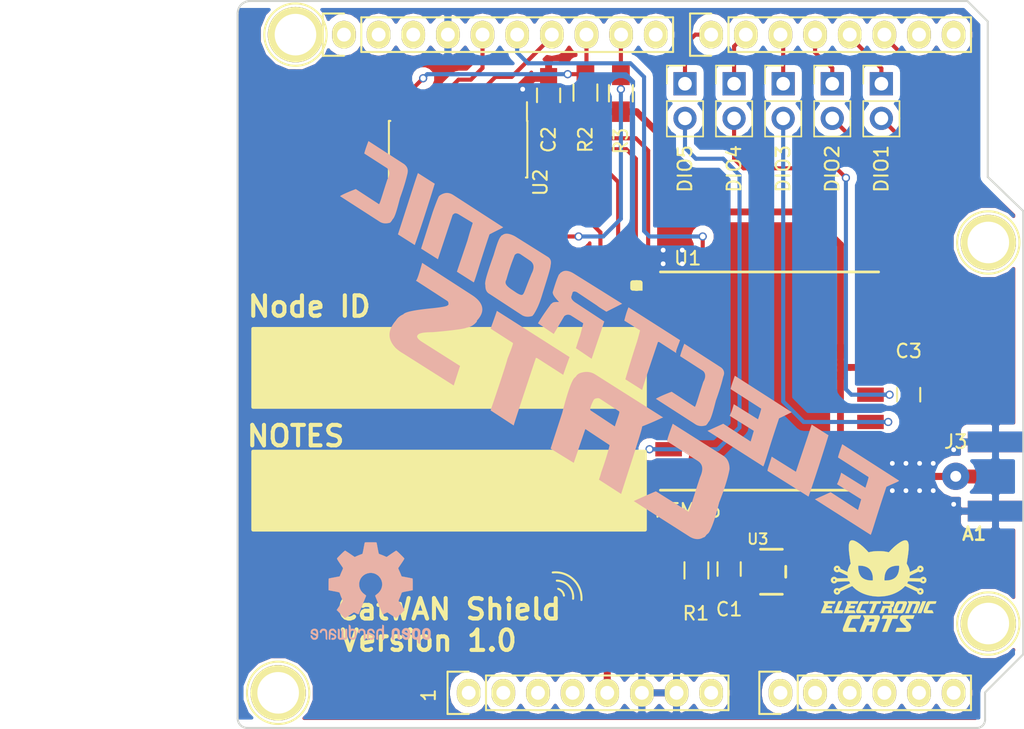
<source format=kicad_pcb>
(kicad_pcb (version 4) (host pcbnew 4.0.7)
  (title_block (date "lun. 30 mars 2015"))
  (layers (0 F.Cu signal hide) (31 B.Cu signal hide) (34 B.Paste user) (35 F.Paste user) (36 B.SilkS user) (37 F.SilkS user) (38 B.Mask user) (39 F.Mask user) (44 Edge.Cuts user))
  (net 0 "")
  (net 1 /IOREF)
  (net 2 +5V)
  (net 3 GND)
  (net 4 /Vin)
  (net 5 /A0)
  (net 6 /A1)
  (net 7 /A2)
  (net 8 /A3)
  (net 9 /AREF)
  (net 10 "/A4(SDA)")
  (net 11 "/A5(SCL)")
  (net 12 "/9(**)")
  (net 13 /8)
  (net 14 /7)
  (net 15 "/6(**)")
  (net 16 "/5(**)")
  (net 17 /4)
  (net 18 "/3(**)")
  (net 19 "/1(Tx)")
  (net 20 "/0(Rx)")
  (net 21 "Net-(P5-Pad1)")
  (net 22 "Net-(P6-Pad1)")
  (net 23 "Net-(P7-Pad1)")
  (net 24 "Net-(P8-Pad1)")
  (net 25 "/13(SCK)")
  (net 26 "/10(**/SS)")
  (net 27 "Net-(P1-Pad1)")
  (net 28 "/12(MISO)")
  (net 29 "/11(**/MOSI)")
  (net 30 "Net-(P1-Pad4)")
  (net 31 "Net-(P3-Pad1)")
  (net 32 "Net-(P3-Pad2)")
  (net 33 "Net-(A1-Pad1)")
  (net 34 +3V3)
  (net 35 /RESET)
  (net 36 /DIO0/2)
  (net 37 "Net-(R1-Pad1)")
  (net 38 /MOSI_3v3)
  (net 39 /SCK_3v3)
  (net 40 /SS_3v3)
  (net 41 /DIO5)
  (net 42 /DIO3)
  (net 43 /DIO4)
  (net 44 /DIO1)
  (net 45 /DIO2)
  (net 46 "Net-(U2-Pad11)")
  (net 47 "Net-(U2-Pad12)")
  (net 48 "Net-(U2-Pad13)")
  (net 49 "Net-(U2-Pad14)")
  (net 50 "Net-(U2-Pad15)")
  (net 51 "Net-(U2-Pad16)")
  (net 52 "Net-(U3-Pad4)")
  (net 53 /Reset_a)
  (module Socket_Arduino_Uno:Socket_Strip_Arduino_1x10 (layer F.Cu) (at 129.794 75.565)
    (fp_text reference P3 hide)
    (fp_text value Digital)
    (pad 1 thru_hole oval (at 0 0) (size 1.7272 2.032) (drill 1.016) (layers *.Cu *.Mask F.SilkS) (net 31 "Net-(P3-Pad1)"))
    (pad 2 thru_hole oval (at 2.54 0) (size 1.7272 2.032) (drill 1.016) (layers *.Cu *.Mask F.SilkS) (net 32 "Net-(P3-Pad2)"))
    (pad 3 thru_hole oval (at 5.08 0) (size 1.7272 2.032) (drill 1.016) (layers *.Cu *.Mask F.SilkS) (net 9 /AREF))
    (pad 4 thru_hole oval (at 7.62 0) (size 1.7272 2.032) (drill 1.016) (layers *.Cu *.Mask F.SilkS) (net 3 GND))
    (pad 5 thru_hole oval (at 10.16 0) (size 1.7272 2.032) (drill 1.016) (layers *.Cu *.Mask F.SilkS) (net 25 "/13(SCK)"))
    (pad 6 thru_hole oval (at 12.7 0) (size 1.7272 2.032) (drill 1.016) (layers *.Cu *.Mask F.SilkS) (net 28 "/12(MISO)"))
    (pad 7 thru_hole oval (at 15.24 0) (size 1.7272 2.032) (drill 1.016) (layers *.Cu *.Mask F.SilkS) (net 29 "/11(**/MOSI)"))
    (pad 8 thru_hole oval (at 17.78 0) (size 1.7272 2.032) (drill 1.016) (layers *.Cu *.Mask F.SilkS) (net 26 "/10(**/SS)"))
    (pad 9 thru_hole oval (at 20.32 0) (size 1.7272 2.032) (drill 1.016) (layers *.Cu *.Mask F.SilkS) (net 12 "/9(**)"))
    (pad 10 thru_hole oval (at 22.86 0) (size 1.7272 2.032) (drill 1.016) (layers *.Cu *.Mask F.SilkS) (net 13 /8))
  )
  (module Socket_Arduino_Uno:Arduino_1pin (layer F.Cu) (at 126.238 75.565)
    (fp_text reference P7 hide)
    (fp_text value CONN_01X01 hide)
    (pad 1 thru_hole circle (at 0 0) (size 4.064 4.064) (drill 3.048) (layers *.Cu *.Mask F.SilkS) (net 23 "Net-(P7-Pad1)"))
  )
  (module TIH:electronic_cats_logo_8x6 (layer F.Cu) (at 169 116)
    (fp_text reference G*** hide)
    (fp_text value LOGO hide)
  )
  (module Socket_Arduino_Uno:Arduino_1pin (layer F.Cu) (at 124.968 123.825)
    (fp_text reference P5 hide)
    (fp_text value CONN_01X01 hide)
    (pad 1 thru_hole circle (at 0 0) (size 4.064 4.064) (drill 3.048) (layers *.Cu *.Mask F.SilkS) (net 21 "Net-(P5-Pad1)"))
  )
  (module Socket_Arduino_Uno:Socket_Strip_Arduino_1x08 (layer F.Cu) (at 156.718 75.565)
    (fp_text reference P4 hide)
    (fp_text value Digital)
    (pad 1 thru_hole oval (at 0 0) (size 1.7272 2.032) (drill 1.016) (layers *.Cu *.Mask F.SilkS) (net 14 /7))
    (pad 2 thru_hole oval (at 2.54 0) (size 1.7272 2.032) (drill 1.016) (layers *.Cu *.Mask F.SilkS) (net 15 "/6(**)"))
    (pad 3 thru_hole oval (at 5.08 0) (size 1.7272 2.032) (drill 1.016) (layers *.Cu *.Mask F.SilkS) (net 16 "/5(**)"))
    (pad 4 thru_hole oval (at 7.62 0) (size 1.7272 2.032) (drill 1.016) (layers *.Cu *.Mask F.SilkS) (net 17 /4))
    (pad 5 thru_hole oval (at 10.16 0) (size 1.7272 2.032) (drill 1.016) (layers *.Cu *.Mask F.SilkS) (net 18 "/3(**)"))
    (pad 6 thru_hole oval (at 12.7 0) (size 1.7272 2.032) (drill 1.016) (layers *.Cu *.Mask F.SilkS) (net 36 /DIO0/2))
    (pad 7 thru_hole oval (at 15.24 0) (size 1.7272 2.032) (drill 1.016) (layers *.Cu *.Mask F.SilkS) (net 19 "/1(Tx)"))
    (pad 8 thru_hole oval (at 17.78 0) (size 1.7272 2.032) (drill 1.016) (layers *.Cu *.Mask F.SilkS) (net 20 "/0(Rx)"))
  )
  (module Socket_Arduino_Uno:Arduino_1pin (layer F.Cu) (at 177.038 118.745)
    (fp_text reference P6 hide)
    (fp_text value CONN_01X01 hide)
    (pad 1 thru_hole circle (at 0 0) (size 4.064 4.064) (drill 3.048) (layers *.Cu *.Mask F.SilkS) (net 22 "Net-(P6-Pad1)"))
  )
  (module Socket_Arduino_Uno:Arduino_1pin (layer F.Cu) (at 177.038 90.805)
    (fp_text reference P8 hide)
    (fp_text value CONN_01X01 hide)
    (pad 1 thru_hole circle (at 0 0) (size 4.064 4.064) (drill 3.048) (layers *.Cu *.Mask F.SilkS) (net 24 "Net-(P8-Pad1)"))
  )
  (module Socket_Arduino_Uno:Socket_Strip_Arduino_1x06 (layer F.Cu) (at 161.798 123.825)
    (fp_text reference P2)
    (fp_text value Analog)
    (pad 1 thru_hole oval (at 0 0) (size 1.7272 2.032) (drill 1.016) (layers *.Cu *.Mask F.SilkS) (net 5 /A0))
    (pad 2 thru_hole oval (at 2.54 0) (size 1.7272 2.032) (drill 1.016) (layers *.Cu *.Mask F.SilkS) (net 6 /A1))
    (pad 3 thru_hole oval (at 5.08 0) (size 1.7272 2.032) (drill 1.016) (layers *.Cu *.Mask F.SilkS) (net 7 /A2))
    (pad 4 thru_hole oval (at 7.62 0) (size 1.7272 2.032) (drill 1.016) (layers *.Cu *.Mask F.SilkS) (net 8 /A3))
    (pad 5 thru_hole oval (at 10.16 0) (size 1.7272 2.032) (drill 1.016) (layers *.Cu *.Mask F.SilkS) (net 10 "/A4(SDA)"))
    (pad 6 thru_hole oval (at 12.7 0) (size 1.7272 2.032) (drill 1.016) (layers *.Cu *.Mask F.SilkS) (net 11 "/A5(SCL)"))
  )
  (module Socket_Arduino_Uno:Socket_Strip_Arduino_1x08 (layer F.Cu) (at 138.938 123.825)
    (fp_text reference P1 hide)
    (fp_text value Power)
    (pad 1 thru_hole oval (at 0 0) (size 1.7272 2.032) (drill 1.016) (layers *.Cu *.Mask F.SilkS) (net 27 "Net-(P1-Pad1)"))
    (pad 2 thru_hole oval (at 2.54 0) (size 1.7272 2.032) (drill 1.016) (layers *.Cu *.Mask F.SilkS) (net 1 /IOREF))
    (pad 3 thru_hole oval (at 5.08 0) (size 1.7272 2.032) (drill 1.016) (layers *.Cu *.Mask F.SilkS) (net 53 /Reset_a))
    (pad 4 thru_hole oval (at 7.62 0) (size 1.7272 2.032) (drill 1.016) (layers *.Cu *.Mask F.SilkS) (net 30 "Net-(P1-Pad4)"))
    (pad 5 thru_hole oval (at 10.16 0) (size 1.7272 2.032) (drill 1.016) (layers *.Cu *.Mask F.SilkS) (net 2 +5V))
    (pad 6 thru_hole oval (at 12.7 0) (size 1.7272 2.032) (drill 1.016) (layers *.Cu *.Mask F.SilkS) (net 3 GND))
    (pad 7 thru_hole oval (at 15.24 0) (size 1.7272 2.032) (drill 1.016) (layers *.Cu *.Mask F.SilkS) (net 3 GND))
    (pad 8 thru_hole oval (at 17.78 0) (size 1.7272 2.032) (drill 1.016) (layers *.Cu *.Mask F.SilkS) (net 4 /Vin))
  )
  (module Symbols:OSHW-Logo2_9.8x8mm_SilkScreen (layer B.Cu) (at 131.75 116.5 180)
    (fp_text reference REF*** hide)
    (fp_text value OSHW-Logo2_9.8x8mm_SilkScreen hide)
  )
  (module ArduinoShieldLoRa:SMA_EDGELAUNCH_UFL (layer F.Cu) (at 179.598 107.965 180)
    (fp_text reference A1 (at 2.598 -3.635 180) (layer F.SilkS) (effects (font (size 0.9652 0.9652) (thickness 0.18288)) (justify right top)))
    (fp_text value ANT)
    (pad 3 smd rect (at 2.032 -2.54 270) (size 1.524 4.064) (layers F.Cu F.Paste F.Mask) (net 3 GND))
    (pad 2 smd rect (at 2.032 2.54 270) (size 1.524 4.064) (layers F.Cu F.Paste F.Mask) (net 3 GND))
    (pad 1 smd rect (at 3.048 0 270) (size 1.016 2.032) (layers F.Cu F.Paste F.Mask) (net 33 "Net-(A1-Pad1)"))
    (pad 4 smd rect (at 2.032 -2.54 270) (size 1.524 4.064) (layers B.Cu B.Paste B.Mask) (net 3 GND))
    (pad 5 smd rect (at 2.032 2.54 270) (size 1.524 4.064) (layers B.Cu B.Paste B.Mask) (net 3 GND))
  )
  (module Capacitors_SMD:C_0805_HandSoldering (layer F.Cu) (at 158.035 114.748 270)
    (fp_text reference C1 (at 2.952 0 360) (layer F.SilkS))
    (fp_text value 10uF)
    (pad 1 smd rect (at -1.25 0 270) (size 1.5 1.25) (layers F.Cu F.Paste F.Mask) (net 2 +5V))
    (pad 2 smd rect (at 1.25 0 270) (size 1.5 1.25) (layers F.Cu F.Paste F.Mask) (net 3 GND))
  )
  (module Capacitors_SMD:C_0805_HandSoldering (layer F.Cu) (at 144.798 80.015 90)
    (fp_text reference C2 (at -3.25 0 90) (layer F.SilkS))
    (fp_text value 0.1uF)
    (pad 1 smd rect (at -1.25 0 90) (size 1.5 1.25) (layers F.Cu F.Paste F.Mask) (net 34 +3V3))
    (pad 2 smd rect (at 1.25 0 90) (size 1.5 1.25) (layers F.Cu F.Paste F.Mask) (net 3 GND))
  )
  (module Capacitors_SMD:C_0805_HandSoldering (layer F.Cu) (at 171.198 101.965 270)
    (fp_text reference C3 (at -3.2 0 360) (layer F.SilkS))
    (fp_text value 10uF)
    (pad 1 smd rect (at -1.25 0 270) (size 1.5 1.25) (layers F.Cu F.Paste F.Mask) (net 34 +3V3))
    (pad 2 smd rect (at 1.25 0 270) (size 1.5 1.25) (layers F.Cu F.Paste F.Mask) (net 3 GND))
  )
  (module Pin_Headers:Pin_Header_Straight_1x02_Pitch2.54mm (layer F.Cu) (at 169.198 79.165)
    (fp_text reference J1)
    (fp_text value DIO1 (at 0.002 6.235 90) (layer F.SilkS))
    (pad 1 thru_hole rect (at 0 0) (size 1.7 1.7) (drill 1) (layers *.Cu *.Mask) (net 18 "/3(**)"))
    (pad 2 thru_hole oval (at 0 2.54) (size 1.7 1.7) (drill 1) (layers *.Cu *.Mask) (net 44 /DIO1))
  )
  (module Wire_Pads:SolderWirePad_single_0-8mmDrill (layer F.Cu) (at 174.65 107.95)
    (fp_text reference J3 (at 0 -2.54) (layer F.SilkS))
    (fp_text value CONN_01X01)
    (pad 1 thru_hole circle (at 0 0) (size 1.99898 1.99898) (drill 0.8001) (layers *.Cu *.Mask) (net 33 "Net-(A1-Pad1)"))
  )
  (module agroin:RFM95W (layer F.Cu) (at 160.998 100.965)
    (fp_text reference U1 (at -6 -9) (layer F.SilkS))
    (fp_text value RFM95 (at -6 9.49147) (layer F.SilkS))
    (pad 1 smd rect (at -7.4 -7) (size 1.95 1.05) (layers F.Cu F.Paste F.Mask) (net 3 GND))
    (pad 2 smd rect (at -7.4 -5) (size 1.95 1.05) (layers F.Cu F.Paste F.Mask) (net 28 "/12(MISO)"))
    (pad 3 smd rect (at -7.4 -3) (size 1.95 1.05) (layers F.Cu F.Paste F.Mask) (net 38 /MOSI_3v3))
    (pad 4 smd rect (at -7.4 -1) (size 1.95 1.05) (layers F.Cu F.Paste F.Mask) (net 39 /SCK_3v3))
    (pad 5 smd rect (at -7.4 1) (size 1.95 1.05) (layers F.Cu F.Paste F.Mask) (net 40 /SS_3v3))
    (pad 6 smd rect (at -7.4 3) (size 1.95 1.05) (layers F.Cu F.Paste F.Mask) (net 35 /RESET))
    (pad 7 smd rect (at -7.4 5) (size 1.95 1.05) (layers F.Cu F.Paste F.Mask) (net 41 /DIO5))
    (pad 8 smd rect (at -7.4 7) (size 1.95 1.05) (layers F.Cu F.Paste F.Mask) (net 3 GND))
    (pad 9 smd rect (at 7.4 7 180) (size 1.95 1.05) (layers F.Cu F.Paste F.Mask) (net 33 "Net-(A1-Pad1)"))
    (pad 10 smd rect (at 7.4 5 180) (size 1.95 1.05) (layers F.Cu F.Paste F.Mask) (net 3 GND))
    (pad 11 smd rect (at 7.4 3 180) (size 1.95 1.05) (layers F.Cu F.Paste F.Mask) (net 42 /DIO3))
    (pad 12 smd rect (at 7.4 1 180) (size 1.95 1.05) (layers F.Cu F.Paste F.Mask) (net 43 /DIO4))
    (pad 13 smd rect (at 7.4 -1 180) (size 1.95 1.05) (layers F.Cu F.Paste F.Mask) (net 34 +3V3))
    (pad 14 smd rect (at 7.4 -3 180) (size 1.95 1.05) (layers F.Cu F.Paste F.Mask) (net 36 /DIO0/2))
    (pad 15 smd rect (at 7.4 -5 180) (size 1.95 1.05) (layers F.Cu F.Paste F.Mask) (net 44 /DIO1))
    (pad 16 smd rect (at 7.4 -7 180) (size 1.95 1.05) (layers F.Cu F.Paste F.Mask) (net 45 /DIO2))
  )
  (module Housings_SOIC:SOIC-16_3.9x9.9mm_Pitch1.27mm (layer F.Cu) (at 138.163 83.965 270)
    (fp_text reference U2 (at 2.435 -6.037 450) (layer F.SilkS))
    (fp_text value 74HC4050D)
    (pad 1 smd rect (at -2.7 -4.445 270) (size 1.5 0.6) (layers F.Cu F.Paste F.Mask) (net 34 +3V3))
    (pad 2 smd rect (at -2.7 -3.175 270) (size 1.5 0.6) (layers F.Cu F.Paste F.Mask) (net 38 /MOSI_3v3))
    (pad 3 smd rect (at -2.7 -1.905 270) (size 1.5 0.6) (layers F.Cu F.Paste F.Mask) (net 29 "/11(**/MOSI)"))
    (pad 4 smd rect (at -2.7 -0.635 270) (size 1.5 0.6) (layers F.Cu F.Paste F.Mask) (net 39 /SCK_3v3))
    (pad 5 smd rect (at -2.7 0.635 270) (size 1.5 0.6) (layers F.Cu F.Paste F.Mask) (net 25 "/13(SCK)"))
    (pad 6 smd rect (at -2.7 1.905 270) (size 1.5 0.6) (layers F.Cu F.Paste F.Mask) (net 40 /SS_3v3))
    (pad 7 smd rect (at -2.7 3.175 270) (size 1.5 0.6) (layers F.Cu F.Paste F.Mask) (net 26 "/10(**/SS)"))
    (pad 8 smd rect (at -2.7 4.445 270) (size 1.5 0.6) (layers F.Cu F.Paste F.Mask) (net 3 GND))
    (pad 9 smd rect (at 2.7 4.445 270) (size 1.5 0.6) (layers F.Cu F.Paste F.Mask) (net 12 "/9(**)"))
    (pad 10 smd rect (at 2.7 3.175 270) (size 1.5 0.6) (layers F.Cu F.Paste F.Mask) (net 35 /RESET))
    (pad 11 smd rect (at 2.7 1.905 270) (size 1.5 0.6) (layers F.Cu F.Paste F.Mask) (net 46 "Net-(U2-Pad11)"))
    (pad 12 smd rect (at 2.7 0.635 270) (size 1.5 0.6) (layers F.Cu F.Paste F.Mask) (net 47 "Net-(U2-Pad12)"))
    (pad 13 smd rect (at 2.7 -0.635 270) (size 1.5 0.6) (layers F.Cu F.Paste F.Mask) (net 48 "Net-(U2-Pad13)"))
    (pad 14 smd rect (at 2.7 -1.905 270) (size 1.5 0.6) (layers F.Cu F.Paste F.Mask) (net 49 "Net-(U2-Pad14)"))
    (pad 15 smd rect (at 2.7 -3.175 270) (size 1.5 0.6) (layers F.Cu F.Paste F.Mask) (net 50 "Net-(U2-Pad15)"))
    (pad 16 smd rect (at 2.7 -4.445 270) (size 1.5 0.6) (layers F.Cu F.Paste F.Mask) (net 51 "Net-(U2-Pad16)"))
  )
  (module ArduinoShieldLoRa:AP2112K-3.3 (layer F.Cu) (at 161.1349 114.948 270)
    (fp_text reference U3 (at -2.848 0.1349 360) (layer F.SilkS) (effects (font (size 0.77216 0.77216) (thickness 0.138988)) (justify right top)))
    (fp_text value AP2112K-3.3 hide)
    (pad 1 smd rect (at -0.95 1.3001 270) (size 0.55 1.2) (layers F.Cu F.Paste F.Mask) (net 2 +5V))
    (pad 2 smd rect (at 0 1.3001 270) (size 0.55 1.2) (layers F.Cu F.Paste F.Mask) (net 3 GND))
    (pad 3 smd rect (at 0.95 1.3001 270) (size 0.55 1.2) (layers F.Cu F.Paste F.Mask) (net 37 "Net-(R1-Pad1)"))
    (pad 4 smd rect (at 0.95 -1.3001 270) (size 0.55 1.2) (layers F.Cu F.Paste F.Mask) (net 52 "Net-(U3-Pad4)"))
    (pad 5 smd rect (at -0.95 -1.3001 270) (size 0.55 1.2) (layers F.Cu F.Paste F.Mask) (net 34 +3V3))
  )
  (module Pin_Headers:Pin_Header_Straight_1x02_Pitch2.54mm (layer F.Cu) (at 158.398 79.165)
    (fp_text reference J2)
    (fp_text value DIO4 (at 0 6.235 90) (layer F.SilkS))
    (pad 1 thru_hole rect (at 0 0) (size 1.7 1.7) (drill 1) (layers *.Cu *.Mask) (net 15 "/6(**)"))
    (pad 2 thru_hole oval (at 0 2.54) (size 1.7 1.7) (drill 1) (layers *.Cu *.Mask) (net 43 /DIO4))
  )
  (module Pin_Headers:Pin_Header_Straight_1x02_Pitch2.54mm (layer F.Cu) (at 161.998 79.165)
    (fp_text reference J4)
    (fp_text value DIO3 (at 0.002 6.235 90) (layer F.SilkS))
    (pad 1 thru_hole rect (at 0 0) (size 1.7 1.7) (drill 1) (layers *.Cu *.Mask) (net 16 "/5(**)"))
    (pad 2 thru_hole oval (at 0 2.54) (size 1.7 1.7) (drill 1) (layers *.Cu *.Mask) (net 42 /DIO3))
  )
  (module Pin_Headers:Pin_Header_Straight_1x02_Pitch2.54mm (layer F.Cu) (at 154.798 79.165)
    (fp_text reference J5)
    (fp_text value DIO5 (at 0.002 6.235 90) (layer F.SilkS))
    (pad 1 thru_hole rect (at 0 0) (size 1.7 1.7) (drill 1) (layers *.Cu *.Mask) (net 14 /7))
    (pad 2 thru_hole oval (at 0 2.54) (size 1.7 1.7) (drill 1) (layers *.Cu *.Mask) (net 41 /DIO5))
  )
  (module Pin_Headers:Pin_Header_Straight_1x02_Pitch2.54mm (layer F.Cu) (at 165.598 79.165)
    (fp_text reference J6)
    (fp_text value DIO2 (at 0 6.235 90) (layer F.SilkS))
    (pad 1 thru_hole rect (at 0 0) (size 1.7 1.7) (drill 1) (layers *.Cu *.Mask) (net 17 /4))
    (pad 2 thru_hole oval (at 0 2.54) (size 1.7 1.7) (drill 1) (layers *.Cu *.Mask) (net 45 /DIO2))
  )
  (module Resistors_SMD:R_0805_HandSoldering (layer F.Cu) (at 155.635 114.848 90)
    (fp_text reference R1 (at -3.152 -0.035 180) (layer F.SilkS))
    (fp_text value 100K)
    (pad 1 smd rect (at -1.35 0 90) (size 1.5 1.3) (layers F.Cu F.Paste F.Mask) (net 37 "Net-(R1-Pad1)"))
    (pad 2 smd rect (at 1.35 0 90) (size 1.5 1.3) (layers F.Cu F.Paste F.Mask) (net 2 +5V))
  )
  (module Resistors_SMD:R_0805_HandSoldering (layer F.Cu) (at 150.098 79.865 90)
    (fp_text reference R3 (at -3.5 0 90) (layer F.SilkS))
    (fp_text value 100k)
    (pad 1 smd rect (at -1.35 0 90) (size 1.5 1.3) (layers F.Cu F.Paste F.Mask) (net 34 +3V3))
    (pad 2 smd rect (at 1.35 0 90) (size 1.5 1.3) (layers F.Cu F.Paste F.Mask) (net 12 "/9(**)"))
  )
  (module Resistors_SMD:R_0805_HandSoldering (layer F.Cu) (at 147.498 79.815 90)
    (fp_text reference R2 (at -3.45 0 90) (layer F.SilkS))
    (fp_text value 100k)
    (pad 1 smd rect (at -1.35 0 90) (size 1.5 1.3) (layers F.Cu F.Paste F.Mask) (net 34 +3V3))
    (pad 2 smd rect (at 1.35 0 90) (size 1.5 1.3) (layers F.Cu F.Paste F.Mask) (net 26 "/10(**/SS)"))
  )
  (module Aesthetics:titule_electronic_med (layer B.Cu) (at 150 98 180)
    (fp_text reference svg2mod hide)
    (fp_text value electronic hide)
  )
  (gr_arc (start 122.9 74) (end 122 74) (angle 90) (layer Edge.Cuts) (width 0.15))
  (gr_arc (start 122.7 125.7) (end 122.7 126.4) (angle 90) (layer Edge.Cuts) (width 0.15))
  (gr_line (start 122 125.7) (end 122 74) (layer Edge.Cuts) (width 0.15))
  (gr_arc (start 176.2 125.8) (end 176.8 125.8) (angle 90) (layer Edge.Cuts) (width 0.15))
  (gr_line (start 176.2 126.4) (end 122.7 126.4) (layer Edge.Cuts) (width 0.15))
  (gr_line (start 179.6 121) (end 179.6 88.5) (layer Edge.Cuts) (width 0.15))
  (gr_line (start 175.5 73.1) (end 122.9 73.1) (layer Edge.Cuts) (width 0.15))
  (gr_line (start 177 74.6) (end 175.5 73.1) (layer Edge.Cuts) (width 0.15))
  (gr_line (start 177 86) (end 177 74.6) (layer Edge.Cuts) (width 0.15))
  (gr_line (start 179.6 88.5) (end 177 86) (layer Edge.Cuts) (width 0.15))
  (gr_line (start 176.8 123.8) (end 179.6 121) (layer Edge.Cuts) (width 0.15))
  (gr_line (start 176.8 125.8) (end 176.8 123.8) (layer Edge.Cuts) (width 0.15))
  (gr_arc (start 145.3 116.9) (end 145.1 115) (angle 99.58534033) (layer F.SilkS) (width 0.15))
  (gr_arc (start 145.3 116.8) (end 145.5 116.2) (angle 62.10272897) (layer F.SilkS) (width 0.15))
  (gr_arc (start 145.4 116.8) (end 145.4 115.6) (angle 96.00900596) (layer F.SilkS) (width 0.15))
  (gr_text "CatWAN Shield" (at 137.5 117.7) (layer F.SilkS) (effects (font (size 1.5 1.5) (thickness 0.3))))
  (gr_text "Node ID" (at 127.25 95.5) (layer F.SilkS) (effects (font (size 1.5 1.5) (thickness 0.3))))
  (gr_text NOTES (at 126.25 105) (layer F.SilkS) (effects (font (size 1.5 1.5) (thickness 0.3))))
  (gr_text 1 (at 136 124 90) (layer F.SilkS) (effects (font (size 1 1))))
  (gr_text "Version 1.0" (at 136 120 360) (layer F.SilkS) (effects (font (size 1.5 1.5) (thickness 0.3))))
  (segment (start 153.391 113.498) (end 154.3 113.498) (width 0.5) (layer F.Cu) (net 2))
  (segment (start 154.3 113.498) (end 155.635 113.498) (width 0.5) (layer F.Cu) (net 2))
  (segment (start 149.098 115.465) (end 151.065 113.498) (width 0.5) (layer F.Cu) (net 2))
  (segment (start 151.065 113.498) (end 154.3 113.498) (width 0.5) (layer F.Cu) (net 2))
  (segment (start 149.098 123.825) (end 149.098 115.465) (width 0.5) (layer F.Cu) (net 2))
  (segment (start 158.035 113.498) (end 159.3348 113.498) (width 0.5) (layer F.Cu) (net 2))
  (segment (start 159.3348 113.498) (end 159.8348 113.998) (width 0.5) (layer F.Cu) (net 2))
  (segment (start 155.635 113.498) (end 158.035 113.498) (width 0.5) (layer F.Cu) (net 2))
  (segment (start 149.098 123.825) (end 149.098 122.309) (width 0.5) (layer F.Cu) (net 2))
  (segment (start 149.048 123.775) (end 149.098 123.825) (width 0.6) (layer F.Cu) (net 2))
  (segment (start 177.566 105.425) (end 175.075 105.425) (width 0.5) (layer F.Cu) (net 3))
  (segment (start 175.075 105.425) (end 174.5 106) (width 0.5) (layer F.Cu) (net 3))
  (via (at 174.5 106) (size 0.7) (drill 0.35) (layers F.Cu B.Cu) (net 3))
  (segment (start 172 107) (end 173 107) (width 0.5) (layer B.Cu) (net 3))
  (via (at 173 107) (size 0.7) (drill 0.35) (layers F.Cu B.Cu) (net 3))
  (segment (start 171 107) (end 172 107) (width 0.5) (layer F.Cu) (net 3))
  (via (at 172 107) (size 0.7) (drill 0.35) (layers F.Cu B.Cu) (net 3))
  (segment (start 170 107) (end 171 107) (width 0.5) (layer B.Cu) (net 3))
  (via (at 171 107) (size 0.7) (drill 0.35) (layers F.Cu B.Cu) (net 3))
  (segment (start 168.398 105.965) (end 168.965 105.965) (width 0.5) (layer F.Cu) (net 3))
  (segment (start 168.965 105.965) (end 170 107) (width 0.5) (layer F.Cu) (net 3))
  (via (at 170 107) (size 0.7) (drill 0.35) (layers F.Cu B.Cu) (net 3))
  (segment (start 171 109) (end 170 109) (width 0.5) (layer F.Cu) (net 3))
  (via (at 170 109) (size 0.7) (drill 0.35) (layers F.Cu B.Cu) (net 3))
  (segment (start 172 109) (end 171 109) (width 0.5) (layer B.Cu) (net 3))
  (via (at 171 109) (size 0.7) (drill 0.35) (layers F.Cu B.Cu) (net 3))
  (segment (start 173 109) (end 172 109) (width 0.5) (layer F.Cu) (net 3))
  (via (at 172 109) (size 0.7) (drill 0.35) (layers F.Cu B.Cu) (net 3))
  (segment (start 173.5 110) (end 173.5 109.5) (width 0.5) (layer B.Cu) (net 3))
  (segment (start 173.5 109.5) (end 173 109) (width 0.5) (layer B.Cu) (net 3))
  (via (at 173 109) (size 0.7) (drill 0.35) (layers F.Cu B.Cu) (net 3))
  (segment (start 174.5 110) (end 173.5 110) (width 0.5) (layer B.Cu) (net 3))
  (segment (start 177.566 110.505) (end 175.005 110.505) (width 0.5) (layer F.Cu) (net 3))
  (via (at 174.5 110) (size 0.7) (drill 0.35) (layers F.Cu B.Cu) (net 3))
  (segment (start 175.005 110.505) (end 174.5 110) (width 0.5) (layer F.Cu) (net 3))
  (segment (start 154.598 91.365) (end 154.598 92.365) (width 0.5) (layer B.Cu) (net 3))
  (via (at 154.598 92.365) (size 0.7) (drill 0.35) (layers F.Cu B.Cu) (net 3))
  (segment (start 153.198 91.365) (end 154.598 91.365) (width 0.5) (layer F.Cu) (net 3))
  (via (at 154.598 91.365) (size 0.7) (drill 0.35) (layers F.Cu B.Cu) (net 3))
  (segment (start 153.198 92.365) (end 153.198 91.365) (width 0.5) (layer B.Cu) (net 3))
  (via (at 153.198 91.365) (size 0.7) (drill 0.35) (layers F.Cu B.Cu) (net 3))
  (segment (start 153.598 93.965) (end 153.598 92.765) (width 0.5) (layer F.Cu) (net 3))
  (segment (start 153.598 92.765) (end 153.198 92.365) (width 0.5) (layer F.Cu) (net 3))
  (via (at 153.198 92.365) (size 0.7) (drill 0.35) (layers F.Cu B.Cu) (net 3))
  (segment (start 157.027 114.865) (end 153.198 114.865) (width 0.5) (layer F.Cu) (net 3))
  (segment (start 158.035 115.998) (end 158.035 115.873) (width 0.5) (layer F.Cu) (net 3))
  (segment (start 158.035 115.873) (end 157.027 114.865) (width 0.5) (layer F.Cu) (net 3))
  (segment (start 144.798 78.765) (end 143.698 78.765) (width 0.5) (layer F.Cu) (net 3))
  (segment (start 143.698 78.765) (end 142.898 79.565) (width 0.5) (layer F.Cu) (net 3))
  (via (at 142.898 79.565) (size 0.7) (drill 0.35) (layers F.Cu B.Cu) (net 3))
  (segment (start 159.8348 114.948) (end 159.085 114.948) (width 0.5) (layer F.Cu) (net 3))
  (segment (start 159.085 114.948) (end 158.035 115.998) (width 0.5) (layer F.Cu) (net 3))
  (segment (start 139.348 90.365) (end 139.398 90.365) (width 0.3) (layer F.Cu) (net 12))
  (segment (start 139.398 90.365) (end 146.998 90.365) (width 0.3) (layer F.Cu) (net 12))
  (segment (start 137.948 90.365) (end 139.398 90.365) (width 0.3) (layer F.Cu) (net 12))
  (segment (start 133.718 89.835) (end 134.248 90.365) (width 0.3) (layer F.Cu) (net 12))
  (segment (start 134.248 90.365) (end 137.948 90.365) (width 0.3) (layer F.Cu) (net 12))
  (segment (start 133.718 86.665) (end 133.718 89.835) (width 0.3) (layer F.Cu) (net 12))
  (segment (start 150.098 79.565) (end 150.098 78.515) (width 0.3) (layer F.Cu) (net 12))
  (segment (start 148.798 90.365) (end 150.098 89.065) (width 0.3) (layer B.Cu) (net 12))
  (segment (start 150.098 89.065) (end 150.098 79.565) (width 0.3) (layer B.Cu) (net 12))
  (via (at 150.098 79.565) (size 0.6) (drill 0.4) (layers F.Cu B.Cu) (net 12))
  (segment (start 146.998 90.365) (end 148.798 90.365) (width 0.3) (layer B.Cu) (net 12))
  (via (at 146.998 90.365) (size 0.6) (drill 0.4) (layers F.Cu B.Cu) (net 12))
  (segment (start 150.098 78.515) (end 150.098 75.581) (width 0.3) (layer F.Cu) (net 12))
  (segment (start 150.098 75.581) (end 150.114 75.565) (width 0.3) (layer F.Cu) (net 12))
  (segment (start 150.098 75.581) (end 150.114 75.565) (width 0.3) (layer B.Cu) (net 12))
  (segment (start 154.798 79.165) (end 154.798 76.3214) (width 0.3) (layer F.Cu) (net 14))
  (segment (start 154.798 76.3214) (end 155.5544 75.565) (width 0.3) (layer F.Cu) (net 14))
  (segment (start 155.5544 75.565) (end 156.718 75.565) (width 0.3) (layer F.Cu) (net 14))
  (segment (start 158.398 79.165) (end 158.398 76.425) (width 0.3) (layer F.Cu) (net 15))
  (segment (start 158.398 76.425) (end 159.258 75.565) (width 0.3) (layer F.Cu) (net 15))
  (segment (start 161.998 79.165) (end 161.998 75.765) (width 0.3) (layer F.Cu) (net 16))
  (segment (start 161.998 75.765) (end 161.798 75.565) (width 0.3) (layer F.Cu) (net 16))
  (segment (start 164.998 77.415) (end 164.872 77.415) (width 0.3) (layer F.Cu) (net 17))
  (segment (start 164.872 77.415) (end 164.338 76.881) (width 0.3) (layer F.Cu) (net 17))
  (segment (start 164.338 76.881) (end 164.338 75.565) (width 0.3) (layer F.Cu) (net 17))
  (segment (start 165.598 79.165) (end 165.598 78.015) (width 0.3) (layer F.Cu) (net 17))
  (segment (start 165.598 78.015) (end 164.998 77.415) (width 0.3) (layer F.Cu) (net 17))
  (segment (start 166.878 75.565) (end 166.878 75.7174) (width 0.3) (layer F.Cu) (net 18))
  (segment (start 169.198 78.0374) (end 169.198 79.165) (width 0.3) (layer F.Cu) (net 18))
  (segment (start 166.878 75.7174) (end 169.198 78.0374) (width 0.3) (layer F.Cu) (net 18))
  (segment (start 139.098 78.865) (end 139.954 78.009) (width 0.3) (layer F.Cu) (net 25))
  (segment (start 139.954 78.009) (end 139.954 75.565) (width 0.3) (layer F.Cu) (net 25))
  (segment (start 138.198 78.865) (end 139.098 78.865) (width 0.3) (layer F.Cu) (net 25))
  (segment (start 137.528 79.535) (end 138.198 78.865) (width 0.3) (layer F.Cu) (net 25))
  (segment (start 137.528 81.265) (end 137.528 79.535) (width 0.3) (layer F.Cu) (net 25))
  (segment (start 137.298 78.465) (end 138.198 78.465) (width 0.3) (layer B.Cu) (net 26))
  (segment (start 138.198 78.465) (end 146.198 78.465) (width 0.3) (layer B.Cu) (net 26))
  (segment (start 135.898 78.465) (end 138.198 78.465) (width 0.3) (layer B.Cu) (net 26))
  (segment (start 147.574 75.565) (end 147.574 78.389) (width 0.3) (layer F.Cu) (net 26))
  (segment (start 147.574 78.389) (end 147.498 78.465) (width 0.3) (layer F.Cu) (net 26))
  (segment (start 146.198 78.465) (end 147.498 78.465) (width 0.3) (layer F.Cu) (net 26))
  (segment (start 135.598 78.765) (end 135.898 78.465) (width 0.3) (layer B.Cu) (net 26))
  (via (at 146.198 78.465) (size 0.6) (drill 0.4) (layers F.Cu B.Cu) (net 26))
  (segment (start 134.988 81.265) (end 134.988 79.375) (width 0.3) (layer F.Cu) (net 26))
  (segment (start 134.988 79.375) (end 135.598 78.765) (width 0.3) (layer F.Cu) (net 26))
  (via (at 135.598 78.765) (size 0.6) (drill 0.4) (layers F.Cu B.Cu) (net 26))
  (segment (start 147.498 75.641) (end 147.574 75.565) (width 0.3) (layer F.Cu) (net 26))
  (segment (start 147.498 75.641) (end 147.574 75.565) (width 0.3) (layer B.Cu) (net 26))
  (segment (start 156.098 90.365) (end 152.198 90.365) (width 0.3) (layer B.Cu) (net 28))
  (segment (start 152.198 90.365) (end 151.798 89.965) (width 0.3) (layer B.Cu) (net 28))
  (segment (start 150.798 77.665) (end 143.278 77.665) (width 0.3) (layer B.Cu) (net 28))
  (segment (start 151.798 89.965) (end 151.798 78.665) (width 0.3) (layer B.Cu) (net 28))
  (segment (start 151.798 78.665) (end 150.798 77.665) (width 0.3) (layer B.Cu) (net 28))
  (segment (start 143.278 77.665) (end 142.494 76.881) (width 0.3) (layer B.Cu) (net 28))
  (segment (start 142.494 76.881) (end 142.494 75.565) (width 0.3) (layer B.Cu) (net 28))
  (segment (start 156.098 95.365) (end 156.098 90.365) (width 0.3) (layer F.Cu) (net 28))
  (via (at 156.098 90.365) (size 0.6) (drill 0.4) (layers F.Cu B.Cu) (net 28))
  (segment (start 155.498 95.965) (end 156.098 95.365) (width 0.3) (layer F.Cu) (net 28))
  (segment (start 153.598 95.965) (end 155.498 95.965) (width 0.3) (layer F.Cu) (net 28))
  (segment (start 142.498 75.569) (end 142.494 75.565) (width 0.3) (layer B.Cu) (net 28))
  (segment (start 140.898 78.665) (end 141.198 78.665) (width 0.3) (layer F.Cu) (net 29))
  (segment (start 145.034 75.7174) (end 142.0864 78.665) (width 0.3) (layer F.Cu) (net 29))
  (segment (start 145.034 75.565) (end 145.034 75.7174) (width 0.3) (layer F.Cu) (net 29))
  (segment (start 142.0864 78.665) (end 141.198 78.665) (width 0.3) (layer F.Cu) (net 29))
  (segment (start 140.068 79.495) (end 140.898 78.665) (width 0.3) (layer F.Cu) (net 29))
  (segment (start 140.068 81.265) (end 140.068 79.495) (width 0.3) (layer F.Cu) (net 29))
  (segment (start 174.65 107.95) (end 173.013 107.95) (width 0.5) (layer F.Cu) (net 33))
  (segment (start 173.013 107.95) (end 172.998 107.965) (width 0.5) (layer F.Cu) (net 33))
  (segment (start 172.998 107.965) (end 176.55 107.965) (width 0.5) (layer F.Cu) (net 33))
  (segment (start 168.398 107.965) (end 172.998 107.965) (width 0.5) (layer F.Cu) (net 33))
  (segment (start 144.798 81.265) (end 142.608 81.265) (width 0.5) (layer F.Cu) (net 34))
  (segment (start 147.498 81.165) (end 144.898 81.165) (width 0.5) (layer F.Cu) (net 34))
  (segment (start 144.898 81.165) (end 144.798 81.265) (width 0.5) (layer F.Cu) (net 34))
  (segment (start 162.435 113.998) (end 162.435 112.728) (width 0.5) (layer F.Cu) (net 34))
  (segment (start 162.435 112.728) (end 166.198 108.965) (width 0.5) (layer F.Cu) (net 34))
  (segment (start 166.198 108.965) (end 166.198 100.765) (width 0.5) (layer F.Cu) (net 34))
  (segment (start 166.198 100.765) (end 166.198 99.965) (width 0.5) (layer F.Cu) (net 34))
  (segment (start 166.198 100.765) (end 166.198 100.365) (width 0.5) (layer F.Cu) (net 34))
  (segment (start 166.198 100.365) (end 166.598 99.965) (width 0.5) (layer F.Cu) (net 34))
  (segment (start 166.598 99.965) (end 166.198 99.965) (width 0.5) (layer F.Cu) (net 34))
  (segment (start 166.923 99.965) (end 166.598 99.965) (width 0.5) (layer F.Cu) (net 34))
  (segment (start 166.198 99.965) (end 166.198 99.565) (width 0.5) (layer F.Cu) (net 34))
  (segment (start 166.198 99.565) (end 166.198 98.365) (width 0.5) (layer F.Cu) (net 34))
  (segment (start 166.598 99.965) (end 166.198 99.565) (width 0.5) (layer F.Cu) (net 34))
  (segment (start 166.198 90.965) (end 166.198 98.365) (width 0.5) (layer F.Cu) (net 34))
  (segment (start 166.198 98.365) (end 166.198 98.765) (width 0.5) (layer F.Cu) (net 34))
  (segment (start 166.198 99.24) (end 166.198 98.365) (width 0.5) (layer F.Cu) (net 34))
  (segment (start 168.398 99.965) (end 166.923 99.965) (width 0.5) (layer F.Cu) (net 34))
  (segment (start 163.798 88.565) (end 166.198 90.965) (width 0.5) (layer F.Cu) (net 34))
  (segment (start 154.398 88.565) (end 163.798 88.565) (width 0.5) (layer F.Cu) (net 34))
  (segment (start 153.598 87.765) (end 154.398 88.565) (width 0.5) (layer F.Cu) (net 34))
  (segment (start 153.598 83.565) (end 153.598 87.765) (width 0.5) (layer F.Cu) (net 34))
  (segment (start 151.248 81.215) (end 153.598 83.565) (width 0.5) (layer F.Cu) (net 34))
  (segment (start 150.098 81.215) (end 151.248 81.215) (width 0.5) (layer F.Cu) (net 34))
  (segment (start 168.398 99.965) (end 170.448 99.965) (width 0.5) (layer F.Cu) (net 34))
  (segment (start 170.448 99.965) (end 171.198 100.715) (width 0.5) (layer F.Cu) (net 34))
  (segment (start 147.398 81.265) (end 147.498 81.165) (width 0.5) (layer F.Cu) (net 34))
  (segment (start 150.098 81.215) (end 147.548 81.215) (width 0.5) (layer F.Cu) (net 34))
  (segment (start 147.548 81.215) (end 147.498 81.165) (width 0.5) (layer F.Cu) (net 34))
  (segment (start 137.198 88.365) (end 136.998 88.365) (width 0.3) (layer F.Cu) (net 35))
  (segment (start 146.898 88.365) (end 137.198 88.365) (width 0.3) (layer F.Cu) (net 35))
  (segment (start 137.198 88.365) (end 135.598 88.365) (width 0.3) (layer F.Cu) (net 35))
  (segment (start 153.598 103.965) (end 150.098 103.965) (width 0.3) (layer F.Cu) (net 35))
  (segment (start 150.098 103.965) (end 148.598 102.465) (width 0.3) (layer F.Cu) (net 35))
  (segment (start 135.598 88.365) (end 134.988 87.755) (width 0.3) (layer F.Cu) (net 35))
  (segment (start 148.598 102.465) (end 148.598 90.065) (width 0.3) (layer F.Cu) (net 35))
  (segment (start 148.598 90.065) (end 146.898 88.365) (width 0.3) (layer F.Cu) (net 35))
  (segment (start 134.988 87.755) (end 134.988 86.665) (width 0.3) (layer F.Cu) (net 35))
  (segment (start 169.418 75.565) (end 169.418 75.7174) (width 0.3) (layer F.Cu) (net 36))
  (segment (start 169.418 75.7174) (end 171.948 78.2474) (width 0.3) (layer F.Cu) (net 36))
  (segment (start 171.948 78.2474) (end 171.948 96.415) (width 0.3) (layer F.Cu) (net 36))
  (segment (start 171.948 96.415) (end 170.398 97.965) (width 0.3) (layer F.Cu) (net 36))
  (segment (start 170.398 97.965) (end 168.398 97.965) (width 0.3) (layer F.Cu) (net 36))
  (segment (start 159.135 117.798) (end 159.8348 117.0982) (width 0.3) (layer F.Cu) (net 37))
  (segment (start 159.8348 117.0982) (end 159.8348 115.898) (width 0.3) (layer F.Cu) (net 37))
  (segment (start 156.185 117.798) (end 159.135 117.798) (width 0.3) (layer F.Cu) (net 37))
  (segment (start 155.635 116.198) (end 155.635 117.248) (width 0.3) (layer F.Cu) (net 37))
  (segment (start 155.635 117.248) (end 156.185 117.798) (width 0.3) (layer F.Cu) (net 37))
  (segment (start 153.598 97.965) (end 153.148 97.965) (width 0.3) (layer F.Cu) (net 38))
  (segment (start 153.148 97.965) (end 152.098 96.915) (width 0.3) (layer F.Cu) (net 38))
  (segment (start 152.098 96.915) (end 152.098 84.065) (width 0.3) (layer F.Cu) (net 38))
  (segment (start 152.098 84.065) (end 151.198 83.165) (width 0.3) (layer F.Cu) (net 38))
  (segment (start 151.198 83.165) (end 142.188 83.165) (width 0.3) (layer F.Cu) (net 38))
  (segment (start 142.188 83.165) (end 141.338 82.315) (width 0.3) (layer F.Cu) (net 38))
  (segment (start 141.338 82.315) (end 141.338 81.265) (width 0.3) (layer F.Cu) (net 38))
  (segment (start 138.798 81.265) (end 138.798 83.365) (width 0.3) (layer F.Cu) (net 39))
  (segment (start 138.798 83.365) (end 139.398 83.965) (width 0.3) (layer F.Cu) (net 39))
  (segment (start 139.398 83.965) (end 150.498 83.965) (width 0.3) (layer F.Cu) (net 39))
  (segment (start 151.198 99.565) (end 151.598 99.965) (width 0.3) (layer F.Cu) (net 39))
  (segment (start 150.498 83.965) (end 151.198 84.665) (width 0.3) (layer F.Cu) (net 39))
  (segment (start 151.198 84.665) (end 151.198 99.565) (width 0.3) (layer F.Cu) (net 39))
  (segment (start 151.598 99.965) (end 153.598 99.965) (width 0.3) (layer F.Cu) (net 39))
  (segment (start 148.898 85.365) (end 148.398 84.865) (width 0.3) (layer F.Cu) (net 40))
  (segment (start 148.398 84.865) (end 137.198 84.865) (width 0.3) (layer F.Cu) (net 40))
  (segment (start 137.198 84.865) (end 136.258 83.925) (width 0.3) (layer F.Cu) (net 40))
  (segment (start 136.258 83.925) (end 136.258 81.265) (width 0.3) (layer F.Cu) (net 40))
  (segment (start 149.898 86.365) (end 148.898 85.365) (width 0.3) (layer F.Cu) (net 40))
  (segment (start 148.898 85.365) (end 148.698 85.165) (width 0.3) (layer F.Cu) (net 40))
  (segment (start 149.898 100.865) (end 149.898 86.365) (width 0.3) (layer F.Cu) (net 40))
  (segment (start 150.998 101.965) (end 149.898 100.865) (width 0.3) (layer F.Cu) (net 40))
  (segment (start 153.598 101.965) (end 150.998 101.965) (width 0.3) (layer F.Cu) (net 40))
  (segment (start 157.198 105.965) (end 152.198 105.965) (width 0.3) (layer B.Cu) (net 41))
  (segment (start 152.198 105.965) (end 153.598 105.965) (width 0.3) (layer F.Cu) (net 41))
  (segment (start 158.798 104.365) (end 157.198 105.965) (width 0.3) (layer B.Cu) (net 41))
  (via (at 152.198 105.965) (size 0.6) (drill 0.4) (layers F.Cu B.Cu) (net 41))
  (segment (start 158.798 85.865) (end 158.798 104.365) (width 0.3) (layer B.Cu) (net 41))
  (segment (start 157.598 84.665) (end 158.798 85.865) (width 0.3) (layer B.Cu) (net 41))
  (segment (start 155.598 84.665) (end 157.598 84.665) (width 0.3) (layer B.Cu) (net 41))
  (segment (start 154.798 83.865) (end 155.598 84.665) (width 0.3) (layer B.Cu) (net 41))
  (segment (start 154.798 81.705) (end 154.798 83.865) (width 0.3) (layer B.Cu) (net 41))
  (segment (start 169.698 103.965) (end 168.398 103.965) (width 0.3) (layer F.Cu) (net 42))
  (segment (start 163.498 103.965) (end 169.698 103.965) (width 0.3) (layer B.Cu) (net 42))
  (via (at 169.698 103.965) (size 0.6) (drill 0.4) (layers F.Cu B.Cu) (net 42))
  (segment (start 161.998 102.465) (end 163.498 103.965) (width 0.3) (layer B.Cu) (net 42))
  (segment (start 161.998 81.705) (end 161.998 102.465) (width 0.3) (layer B.Cu) (net 42))
  (segment (start 165.898 85.365) (end 166.598 86.065) (width 0.3) (layer F.Cu) (net 43))
  (via (at 166.598 86.065) (size 0.6) (drill 0.4) (layers F.Cu B.Cu) (net 43))
  (segment (start 169.798 101.965) (end 168.398 101.965) (width 0.3) (layer F.Cu) (net 43))
  (segment (start 169.598 101.965) (end 169.798 101.965) (width 0.3) (layer B.Cu) (net 43))
  (via (at 169.798 101.965) (size 0.6) (drill 0.4) (layers F.Cu B.Cu) (net 43))
  (segment (start 166.598 101.565) (end 166.998 101.965) (width 0.3) (layer B.Cu) (net 43))
  (segment (start 166.998 101.965) (end 169.598 101.965) (width 0.3) (layer B.Cu) (net 43))
  (segment (start 166.598 86.065) (end 166.598 101.565) (width 0.3) (layer B.Cu) (net 43))
  (segment (start 158.398 84.665) (end 159.098 85.365) (width 0.3) (layer F.Cu) (net 43))
  (segment (start 159.098 85.365) (end 165.898 85.365) (width 0.3) (layer F.Cu) (net 43))
  (segment (start 158.398 81.705) (end 158.398 84.665) (width 0.3) (layer F.Cu) (net 43))
  (segment (start 170.398 94.415) (end 170.398 82.905) (width 0.3) (layer F.Cu) (net 44))
  (segment (start 170.398 82.905) (end 169.198 81.705) (width 0.3) (layer F.Cu) (net 44))
  (segment (start 168.398 95.965) (end 168.848 95.965) (width 0.3) (layer F.Cu) (net 44))
  (segment (start 168.848 95.965) (end 170.398 94.415) (width 0.3) (layer F.Cu) (net 44))
  (segment (start 168.398 93.965) (end 168.398 84.505) (width 0.3) (layer F.Cu) (net 45))
  (segment (start 168.398 84.505) (end 165.598 81.705) (width 0.3) (layer F.Cu) (net 45))
  (zone (net 0) (net_name "") (layer F.SilkS) (connect_pads (clearance 0.508)) (min_thickness 0.254) (fill yes (arc_segments 16) (thermal_gap 0.508) (thermal_bridge_width 0.508))
    (polygon (pts (xy 123 103) (xy 152 103) (xy 152 97) (xy 123 97)))
  )
  (zone (net 0) (net_name "") (layer F.SilkS) (connect_pads (clearance 0.508)) (min_thickness 0.254) (fill yes (arc_segments 16) (thermal_gap 0.508) (thermal_bridge_width 0.508))
    (polygon (pts (xy 123 112) (xy 123 106) (xy 152 106) (xy 152 112)))
  )
  (zone (net 3) (net_name GND) (layer F.Cu) (connect_pads (clearance 0.508)) (min_thickness 0.254) (fill yes (arc_segments 16) (thermal_gap 0.508) (thermal_bridge_width 0.508))
    (polygon (pts (xy 123.998 73.365) (xy 180.998 73.365) (xy 180.998 125.365) (xy 180.998 126.365) (xy 121.998 126.365) (xy 121.998 73.365)))
  )
  (zone (net 3) (net_name GND) (layer B.Cu) (connect_pads (clearance 0.508)) (min_thickness 0.254) (fill yes (arc_segments 16) (thermal_gap 0.508) (thermal_bridge_width 0.508))
    (polygon (pts (xy 121.998 73.365) (xy 180.998 73.365) (xy 180.998 126.365) (xy 121.998 126.365)))
  )
)
</source>
